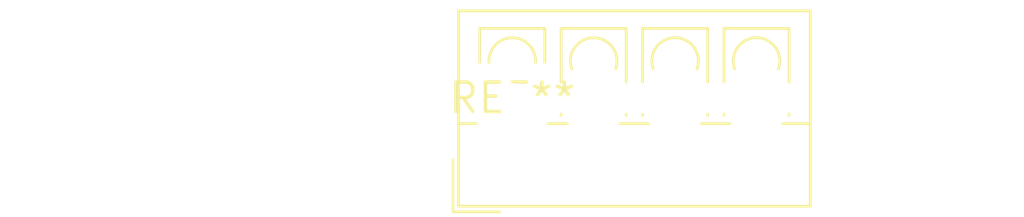
<source format=kicad_pcb>
(kicad_pcb (version 20240108) (generator pcbnew)
  (layers (0 "F.Cu" signal) (31 "B.Cu" signal) (34 "B.Paste" user) (35 "F.Paste" user) (36 "B.SilkS" user "B.Silkscreen") (37 "F.SilkS" user "F.Silkscreen") (38 "B.Mask" user) (39 "F.Mask" user) (44 "Edge.Cuts" user))
  (net 0 "")
  (footprint "TerminalBlock_4Ucon_1x04_P3.50mm_Vertical" (layer "F.Cu") (at 0 0)
    (property "Reference" "REF**")
    (property "Value" "TerminalBlock_4Ucon_1x04_P3.50mm_Vertical")
    (fp_line (start -2.55 2.66) (end -2.55 4.9) (layer "F.SilkS") (stroke (width 0.12)))
    (fp_line (start -2.55 4.9) (end -0.55 4.9) (layer "F.SilkS") (stroke (width 0.12)))
    (fp_line (start -2.31 -3.76) (end -2.31 4.66) (layer "F.SilkS") (stroke (width 0.12)))
    (fp_line (start -2.31 -3.76) (end 12.81 -3.76) (layer "F.SilkS") (stroke (width 0.12)))
    (fp_line (start -2.31 1.101) (end -1.54 1.101) (layer "F.SilkS") (stroke (width 0.12)))
    (fp_line (start -2.31 4.66) (end 12.81 4.66) (layer "F.SilkS") (stroke (width 0.12)))
    (fp_line (start -1.4 -3) (end -1.4 -1.54) (layer "F.SilkS") (stroke (width 0.12)))
    (fp_line (start -1.4 -3) (end 1.4 -3) (layer "F.SilkS") (stroke (width 0.12)))
    (fp_line (start 1.4 -3) (end 1.4 -1.54) (layer "F.SilkS") (stroke (width 0.12)))
    (fp_line (start 1.54 1.101) (end 2.367 1.101) (layer "F.SilkS") (stroke (width 0.12)))
    (fp_line (start 2.1 -3) (end 2.1 -0.689) (layer "F.SilkS") (stroke (width 0.12)))
    (fp_line (start 2.1 -3) (end 4.9 -3) (layer "F.SilkS") (stroke (width 0.12)))
    (fp_line (start 2.1 0.689) (end 2.1 0.75) (layer "F.SilkS") (stroke (width 0.12)))
    (fp_line (start 2.1 0.75) (end 2.101 0.75) (layer "F.SilkS") (stroke (width 0.12)))
    (fp_line (start 4.634 1.101) (end 5.867 1.101) (layer "F.SilkS") (stroke (width 0.12)))
    (fp_line (start 4.9 -3) (end 4.9 -0.689) (layer "F.SilkS") (stroke (width 0.12)))
    (fp_line (start 4.9 0.689) (end 4.9 0.75) (layer "F.SilkS") (stroke (width 0.12)))
    (fp_line (start 4.9 0.75) (end 4.9 0.75) (layer "F.SilkS") (stroke (width 0.12)))
    (fp_line (start 5.6 -3) (end 5.6 -0.689) (layer "F.SilkS") (stroke (width 0.12)))
    (fp_line (start 5.6 -3) (end 8.4 -3) (layer "F.SilkS") (stroke (width 0.12)))
    (fp_line (start 5.6 0.689) (end 5.6 0.75) (layer "F.SilkS") (stroke (width 0.12)))
    (fp_line (start 5.6 0.75) (end 5.601 0.75) (layer "F.SilkS") (stroke (width 0.12)))
    (fp_line (start 8.134 1.101) (end 9.367 1.101) (layer "F.SilkS") (stroke (width 0.12)))
    (fp_line (start 8.4 -3) (end 8.4 -0.689) (layer "F.SilkS") (stroke (width 0.12)))
    (fp_line (start 8.4 0.689) (end 8.4 0.75) (layer "F.SilkS") (stroke (width 0.12)))
    (fp_line (start 8.4 0.75) (end 8.4 0.75) (layer "F.SilkS") (stroke (width 0.12)))
    (fp_line (start 9.1 -3) (end 9.1 -0.689) (layer "F.SilkS") (stroke (width 0.12)))
    (fp_line (start 9.1 -3) (end 11.9 -3) (layer "F.SilkS") (stroke (width 0.12)))
    (fp_line (start 9.1 0.689) (end 9.1 0.75) (layer "F.SilkS") (stroke (width 0.12)))
    (fp_line (start 9.1 0.75) (end 9.101 0.75) (layer "F.SilkS") (stroke (width 0.12)))
    (fp_line (start 11.634 1.101) (end 12.81 1.101) (layer "F.SilkS") (stroke (width 0.12)))
    (fp_line (start 11.9 -3) (end 11.9 -0.689) (layer "F.SilkS") (stroke (width 0.12)))
    (fp_line (start 11.9 0.689) (end 11.9 0.75) (layer "F.SilkS") (stroke (width 0.12)))
    (fp_line (start 11.9 0.75) (end 11.9 0.75) (layer "F.SilkS") (stroke (width 0.12)))
    (fp_line (start 12.81 -3.76) (end 12.81 4.66) (layer "F.SilkS") (stroke (width 0.12)))
    (fp_arc (start -0.99789 -1.529434) (mid -0.000785 -2.600382) (end 0.998 -1.531) (layer "F.SilkS") (stroke (width 0.12)))
    (fp_arc (start 2.560085 -1.257767) (mid 3.499876 -2.600282) (end 4.44 -1.258) (layer "F.SilkS") (stroke (width 0.12)))
    (fp_arc (start 6.060085 -1.257767) (mid 6.999876 -2.600282) (end 7.94 -1.258) (layer "F.SilkS") (stroke (width 0.12)))
    (fp_arc (start 9.560085 -1.257767) (mid 10.499876 -2.600282) (end 11.44 -1.258) (layer "F.SilkS") (stroke (width 0.12)))
    (pad "1" thru_hole rect (at 0 0) (size 2.6 2.6) (drill 1.3) (layers *.Cu *.Mask) (remove_unused_layers))
    (pad "2" thru_hole circle (at 3.5 0) (size 2.6 2.6) (drill 1.3) (layers *.Cu *.Mask) (remove_unused_layers))
    (pad "3" thru_hole circle (at 7 0) (size 2.6 2.6) (drill 1.3) (layers *.Cu *.Mask) (remove_unused_layers))
    (pad "4" thru_hole circle (at 10.5 0) (size 2.6 2.6) (drill 1.3) (layers *.Cu *.Mask) (remove_unused_layers))
  )
)
</source>
